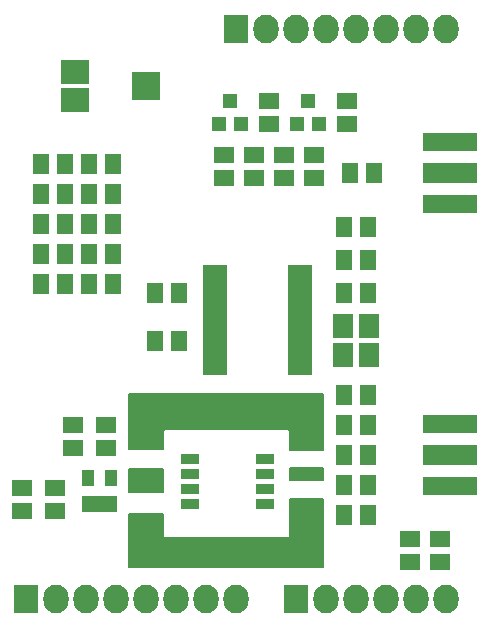
<source format=gts>
G04 #@! TF.FileFunction,Soldermask,Top*
%FSLAX46Y46*%
G04 Gerber Fmt 4.6, Leading zero omitted, Abs format (unit mm)*
G04 Created by KiCad (PCBNEW 4.0.0-rc2-1-stable) date Monday, January 18, 2016 'PMt' 02:37:55 PM*
%MOMM*%
G01*
G04 APERTURE LIST*
%ADD10C,0.100000*%
%ADD11R,2.127200X2.432000*%
%ADD12O,2.127200X2.432000*%
%ADD13R,1.400000X1.700000*%
%ADD14R,1.700000X1.400000*%
%ADD15R,4.600000X1.800000*%
%ADD16R,4.600000X1.600000*%
%ADD17R,1.200000X1.300000*%
%ADD18R,1.543000X0.908000*%
%ADD19R,2.150000X0.850000*%
%ADD20R,1.050000X1.460000*%
%ADD21R,1.800000X2.000000*%
%ADD22R,2.400000X2.400000*%
%ADD23R,2.400000X2.000000*%
%ADD24C,0.203200*%
G04 APERTURE END LIST*
D10*
D11*
X129794000Y-135382000D03*
D12*
X132334000Y-135382000D03*
X134874000Y-135382000D03*
X137414000Y-135382000D03*
X139954000Y-135382000D03*
X142494000Y-135382000D03*
X145034000Y-135382000D03*
X147574000Y-135382000D03*
D11*
X152654000Y-135382000D03*
D12*
X155194000Y-135382000D03*
X157734000Y-135382000D03*
X160274000Y-135382000D03*
X162814000Y-135382000D03*
X165354000Y-135382000D03*
D11*
X147574000Y-87122000D03*
D12*
X150114000Y-87122000D03*
X152654000Y-87122000D03*
X155194000Y-87122000D03*
X157734000Y-87122000D03*
X160274000Y-87122000D03*
X162814000Y-87122000D03*
X165354000Y-87122000D03*
D13*
X156734000Y-118110000D03*
X158734000Y-118110000D03*
D14*
X136525000Y-120666000D03*
X136525000Y-122666000D03*
D13*
X135144000Y-98552000D03*
X137144000Y-98552000D03*
X158734000Y-123190000D03*
X156734000Y-123190000D03*
X156734000Y-128270000D03*
X158734000Y-128270000D03*
X157242000Y-99314000D03*
X159242000Y-99314000D03*
X135144000Y-108712000D03*
X137144000Y-108712000D03*
X135144000Y-106172000D03*
X137144000Y-106172000D03*
X135144000Y-103632000D03*
X137144000Y-103632000D03*
X135144000Y-101092000D03*
X137144000Y-101092000D03*
X156734000Y-109474000D03*
X158734000Y-109474000D03*
X156734000Y-106680000D03*
X158734000Y-106680000D03*
D14*
X156972000Y-93234000D03*
X156972000Y-95234000D03*
D13*
X142732000Y-113538000D03*
X140732000Y-113538000D03*
D14*
X133731000Y-122666000D03*
X133731000Y-120666000D03*
D15*
X165676000Y-123190000D03*
D16*
X165676000Y-125820000D03*
X165676000Y-120560000D03*
D15*
X165676000Y-99314000D03*
D16*
X165676000Y-101944000D03*
X165676000Y-96684000D03*
D13*
X131080000Y-106172000D03*
X133080000Y-106172000D03*
X131080000Y-103632000D03*
X133080000Y-103632000D03*
X131080000Y-101092000D03*
X133080000Y-101092000D03*
D17*
X147066000Y-93234000D03*
X148016000Y-95234000D03*
X146116000Y-95234000D03*
X153670000Y-93234000D03*
X154620000Y-95234000D03*
X152720000Y-95234000D03*
D13*
X156734000Y-103886000D03*
X158734000Y-103886000D03*
X156734000Y-120650000D03*
X158734000Y-120650000D03*
X156734000Y-125730000D03*
X158734000Y-125730000D03*
D14*
X146558000Y-97806000D03*
X146558000Y-99806000D03*
X150368000Y-93234000D03*
X150368000Y-95234000D03*
X149098000Y-97806000D03*
X149098000Y-99806000D03*
X151638000Y-97806000D03*
X151638000Y-99806000D03*
X154178000Y-97806000D03*
X154178000Y-99806000D03*
D13*
X142732000Y-109474000D03*
X140732000Y-109474000D03*
X133080000Y-108712000D03*
X131080000Y-108712000D03*
D14*
X129413000Y-128000000D03*
X129413000Y-126000000D03*
X132207000Y-126000000D03*
X132207000Y-128000000D03*
D13*
X133080000Y-98552000D03*
X131080000Y-98552000D03*
D14*
X164846000Y-130318000D03*
X164846000Y-132318000D03*
X162306000Y-130318000D03*
X162306000Y-132318000D03*
D18*
X149987000Y-123571000D03*
X149987000Y-124841000D03*
X149987000Y-126111000D03*
X149987000Y-127381000D03*
X143637000Y-127381000D03*
X143637000Y-126111000D03*
X143637000Y-124841000D03*
X143637000Y-123571000D03*
D19*
X152952000Y-115985000D03*
X152952000Y-115335000D03*
X152952000Y-114685000D03*
X152952000Y-114035000D03*
X152952000Y-113385000D03*
X152952000Y-112735000D03*
X152952000Y-112085000D03*
X152952000Y-111435000D03*
X152952000Y-110785000D03*
X152952000Y-110135000D03*
X152952000Y-109485000D03*
X152952000Y-108835000D03*
X152952000Y-108185000D03*
X152952000Y-107535000D03*
X145752000Y-107535000D03*
X145752000Y-108185000D03*
X145752000Y-108835000D03*
X145752000Y-109485000D03*
X145752000Y-110135000D03*
X145752000Y-110785000D03*
X145752000Y-111435000D03*
X145752000Y-112085000D03*
X145752000Y-112735000D03*
X145752000Y-113385000D03*
X145752000Y-114035000D03*
X145752000Y-114685000D03*
X145752000Y-115335000D03*
X145752000Y-115985000D03*
D20*
X135067000Y-127338000D03*
X136017000Y-127338000D03*
X136967000Y-127338000D03*
X136967000Y-125138000D03*
X135067000Y-125138000D03*
D21*
X158834000Y-114788000D03*
X158834000Y-112288000D03*
X156634000Y-112288000D03*
X156634000Y-114788000D03*
D22*
X139906000Y-91948000D03*
D23*
X133906000Y-93123000D03*
X133906000Y-90773000D03*
D24*
G36*
X154965400Y-122834400D02*
X152120600Y-122834400D01*
X152120600Y-121158000D01*
X152112595Y-121118472D01*
X152089843Y-121085172D01*
X152055927Y-121063348D01*
X152019000Y-121056400D01*
X141478000Y-121056400D01*
X141438472Y-121064405D01*
X141405172Y-121087157D01*
X141383348Y-121121073D01*
X141376400Y-121158000D01*
X141376400Y-122707400D01*
X138531600Y-122707400D01*
X138531600Y-118084600D01*
X154965400Y-118084600D01*
X154965400Y-122834400D01*
X154965400Y-122834400D01*
G37*
X154965400Y-122834400D02*
X152120600Y-122834400D01*
X152120600Y-121158000D01*
X152112595Y-121118472D01*
X152089843Y-121085172D01*
X152055927Y-121063348D01*
X152019000Y-121056400D01*
X141478000Y-121056400D01*
X141438472Y-121064405D01*
X141405172Y-121087157D01*
X141383348Y-121121073D01*
X141376400Y-121158000D01*
X141376400Y-122707400D01*
X138531600Y-122707400D01*
X138531600Y-118084600D01*
X154965400Y-118084600D01*
X154965400Y-122834400D01*
G36*
X141376400Y-126390400D02*
X138531600Y-126390400D01*
X138531600Y-124434600D01*
X141376400Y-124434600D01*
X141376400Y-126390400D01*
X141376400Y-126390400D01*
G37*
X141376400Y-126390400D02*
X138531600Y-126390400D01*
X138531600Y-124434600D01*
X141376400Y-124434600D01*
X141376400Y-126390400D01*
G36*
X154965400Y-132740400D02*
X138531600Y-132740400D01*
X138531600Y-128244600D01*
X141376400Y-128244600D01*
X141376400Y-130175000D01*
X141384405Y-130214528D01*
X141407157Y-130247828D01*
X141441073Y-130269652D01*
X141478000Y-130276600D01*
X152019000Y-130276600D01*
X152058528Y-130268595D01*
X152091828Y-130245843D01*
X152113652Y-130211927D01*
X152120600Y-130175000D01*
X152120600Y-126974600D01*
X154965400Y-126974600D01*
X154965400Y-132740400D01*
X154965400Y-132740400D01*
G37*
X154965400Y-132740400D02*
X138531600Y-132740400D01*
X138531600Y-128244600D01*
X141376400Y-128244600D01*
X141376400Y-130175000D01*
X141384405Y-130214528D01*
X141407157Y-130247828D01*
X141441073Y-130269652D01*
X141478000Y-130276600D01*
X152019000Y-130276600D01*
X152058528Y-130268595D01*
X152091828Y-130245843D01*
X152113652Y-130211927D01*
X152120600Y-130175000D01*
X152120600Y-126974600D01*
X154965400Y-126974600D01*
X154965400Y-132740400D01*
G36*
X154965400Y-125374400D02*
X152120600Y-125374400D01*
X152120600Y-124307600D01*
X154965400Y-124307600D01*
X154965400Y-125374400D01*
X154965400Y-125374400D01*
G37*
X154965400Y-125374400D02*
X152120600Y-125374400D01*
X152120600Y-124307600D01*
X154965400Y-124307600D01*
X154965400Y-125374400D01*
M02*

</source>
